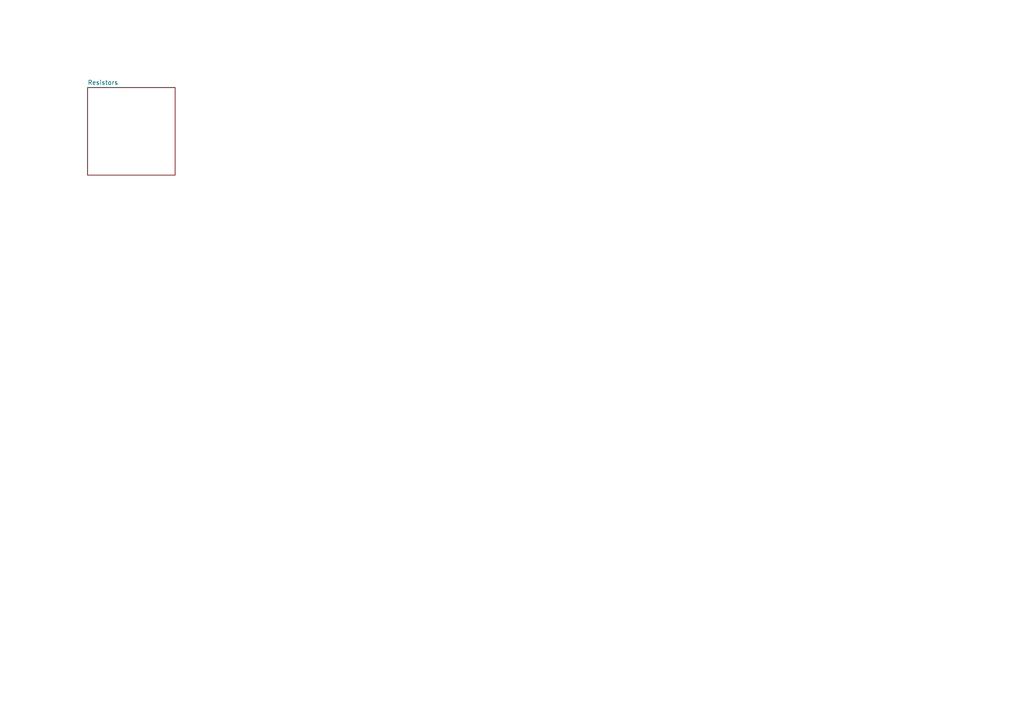
<source format=kicad_sch>
(kicad_sch
	(version 20231120)
	(generator "eeschema")
	(generator_version "8.0")
	(uuid "032b8f2d-5c08-4381-9e3a-c197ca84e3c5")
	(paper "A4")
	(title_block
		(title "Lily KiCad Library test")
		(date "2024-04-17")
		(rev "1")
		(company "LilyTronics")
	)
	(lib_symbols)
	(sheet
		(at 25.4 25.4)
		(size 25.4 25.4)
		(fields_autoplaced yes)
		(stroke
			(width 0.1524)
			(type solid)
		)
		(fill
			(color 0 0 0 0.0000)
		)
		(uuid "83efcd59-a8bf-48a1-9c1b-e7448bc070d0")
		(property "Sheetname" "Resistors"
			(at 25.4 24.6884 0)
			(effects
				(font
					(size 1.27 1.27)
				)
				(justify left bottom)
			)
		)
		(property "Sheetfile" "resistors.kicad_sch"
			(at 25.4 51.3846 0)
			(effects
				(font
					(size 1.27 1.27)
				)
				(justify left top)
				(hide yes)
			)
		)
		(instances
			(project "kicad_lib_test"
				(path "/032b8f2d-5c08-4381-9e3a-c197ca84e3c5"
					(page "2")
				)
			)
		)
	)
	(sheet_instances
		(path "/"
			(page "1")
		)
	)
)
</source>
